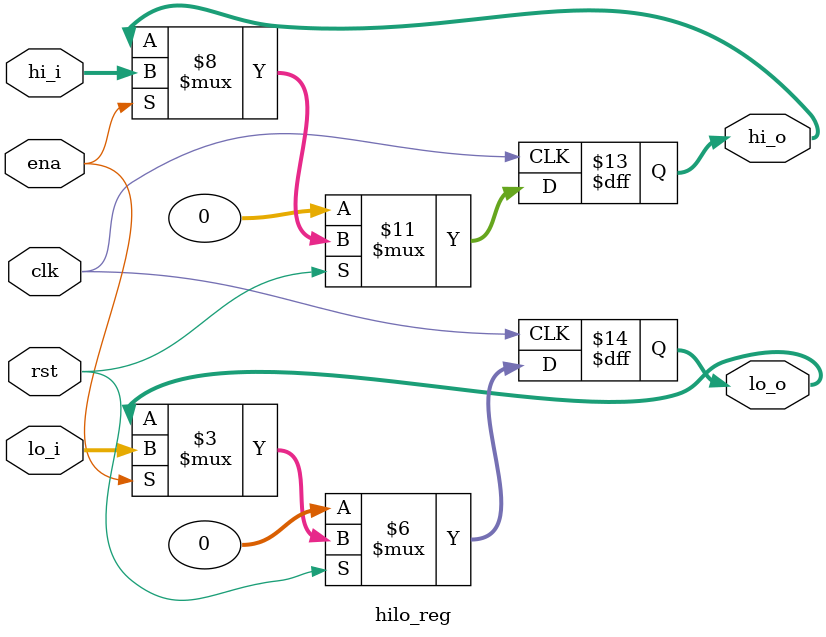
<source format=v>



module hilo_reg(

	input clk,
	input rst,
	
	input 	ena,
	input[31:0]   hi_i,
	input[31:0]   lo_i,
	

	output reg[31:0] hi_o,
	output reg[31:0] lo_o


);

	always@( posedge clk) begin
		if(!rst ) begin
			hi_o <= 0;
			lo_o <= 0;
		end
		else if(ena) begin
			hi_o <= hi_i;
			lo_o <= lo_i;
		end
	end


endmodule
</source>
